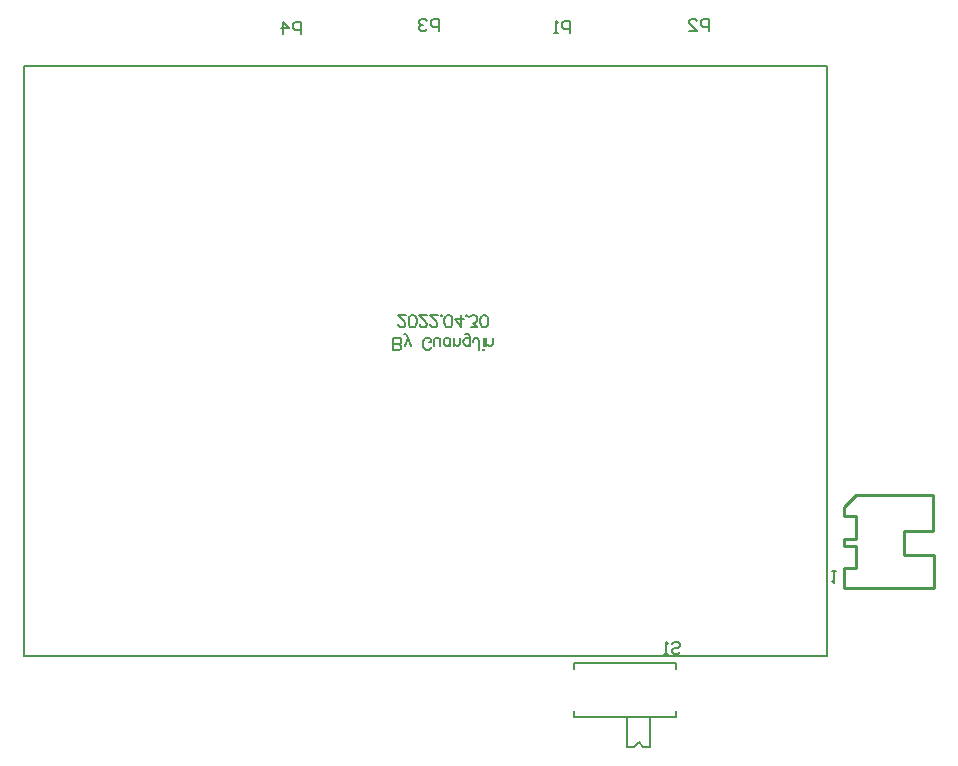
<source format=gbo>
G04*
G04 #@! TF.GenerationSoftware,Altium Limited,Altium Designer,18.1.9 (240)*
G04*
G04 Layer_Color=32896*
%FSLAX25Y25*%
%MOIN*%
G70*
G01*
G75*
%ADD10C,0.01000*%
%ADD11C,0.00600*%
%ADD13C,0.00800*%
D10*
X293413Y-162000D02*
X293500Y-163000D01*
X303500D01*
Y-164000D02*
Y-163000D01*
Y-174000D02*
Y-164000D01*
X273500Y-174000D02*
X303500D01*
X273500D02*
Y-169921D01*
Y-150165D02*
X277366D01*
X277421Y-150221D01*
Y-157921D02*
Y-150221D01*
X277366Y-157866D02*
X277421Y-157921D01*
X273500Y-160118D02*
X277445D01*
Y-167465D02*
Y-160118D01*
X277390Y-167520D02*
X277445Y-167465D01*
X273500Y-167520D02*
X277390D01*
X273500Y-169921D02*
Y-167567D01*
X293413Y-162000D02*
Y-155000D01*
X303138D01*
Y-143409D01*
X303035Y-143307D02*
X303138Y-143409D01*
X273500Y-160118D02*
Y-157866D01*
X277366D01*
X273500Y-150165D02*
Y-147110D01*
X275791Y-144819D01*
X277303Y-143307D02*
X303035D01*
X275791Y-144819D02*
X277303Y-143307D01*
D11*
X0Y-196850D02*
Y0D01*
Y-196850D02*
X267717D01*
Y0D01*
X0D02*
X267717D01*
X123212Y-94757D02*
Y-90758D01*
Y-94757D02*
X124926D01*
X125497Y-94567D01*
X125688Y-94376D01*
X125878Y-93995D01*
Y-93615D01*
X125688Y-93234D01*
X125497Y-93043D01*
X124926Y-92853D01*
X123212D02*
X124926D01*
X125497Y-92662D01*
X125688Y-92472D01*
X125878Y-92091D01*
Y-91520D01*
X125688Y-91139D01*
X125497Y-90948D01*
X124926Y-90758D01*
X123212D01*
X126963Y-93424D02*
X128106Y-90758D01*
X129249Y-93424D02*
X128106Y-90758D01*
X127725Y-89996D01*
X127344Y-89615D01*
X126963Y-89425D01*
X126773D01*
X135914Y-93805D02*
X135723Y-94186D01*
X135343Y-94567D01*
X134962Y-94757D01*
X134200D01*
X133819Y-94567D01*
X133438Y-94186D01*
X133248Y-93805D01*
X133057Y-93234D01*
Y-92282D01*
X133248Y-91710D01*
X133438Y-91329D01*
X133819Y-90948D01*
X134200Y-90758D01*
X134962D01*
X135343Y-90948D01*
X135723Y-91329D01*
X135914Y-91710D01*
Y-92282D01*
X134962D02*
X135914D01*
X136828Y-93424D02*
Y-91520D01*
X137018Y-90948D01*
X137399Y-90758D01*
X137971D01*
X138351Y-90948D01*
X138923Y-91520D01*
Y-93424D02*
Y-90758D01*
X142255Y-93424D02*
Y-90758D01*
Y-92853D02*
X141875Y-93234D01*
X141494Y-93424D01*
X140922D01*
X140541Y-93234D01*
X140161Y-92853D01*
X139970Y-92282D01*
Y-91901D01*
X140161Y-91329D01*
X140541Y-90948D01*
X140922Y-90758D01*
X141494D01*
X141875Y-90948D01*
X142255Y-91329D01*
X143322Y-93424D02*
Y-90758D01*
Y-92662D02*
X143893Y-93234D01*
X144274Y-93424D01*
X144845D01*
X145226Y-93234D01*
X145417Y-92662D01*
Y-90758D01*
X148749Y-93424D02*
Y-90377D01*
X148559Y-89806D01*
X148368Y-89615D01*
X147987Y-89425D01*
X147416D01*
X147035Y-89615D01*
X148749Y-92853D02*
X148368Y-93234D01*
X147987Y-93424D01*
X147416D01*
X147035Y-93234D01*
X146654Y-92853D01*
X146464Y-92282D01*
Y-91901D01*
X146654Y-91329D01*
X147035Y-90948D01*
X147416Y-90758D01*
X147987D01*
X148368Y-90948D01*
X148749Y-91329D01*
X151720Y-94757D02*
Y-91710D01*
X151530Y-91139D01*
X151339Y-90948D01*
X150958Y-90758D01*
X150577D01*
X150197Y-90948D01*
X150006Y-91139D01*
X149816Y-91710D01*
Y-92091D01*
X153129Y-94757D02*
X153320Y-94567D01*
X153510Y-94757D01*
X153320Y-94948D01*
X153129Y-94757D01*
X153320Y-93424D02*
Y-90758D01*
X154215Y-93424D02*
Y-90758D01*
Y-92662D02*
X154786Y-93234D01*
X155167Y-93424D01*
X155738D01*
X156119Y-93234D01*
X156309Y-92662D01*
Y-90758D01*
X124897Y-86233D02*
Y-86423D01*
X125088Y-86804D01*
X125278Y-86995D01*
X125659Y-87185D01*
X126421D01*
X126802Y-86995D01*
X126992Y-86804D01*
X127182Y-86423D01*
Y-86042D01*
X126992Y-85662D01*
X126611Y-85090D01*
X124707Y-83186D01*
X127373D01*
X129411Y-87185D02*
X128839Y-86995D01*
X128458Y-86423D01*
X128268Y-85471D01*
Y-84900D01*
X128458Y-83948D01*
X128839Y-83376D01*
X129411Y-83186D01*
X129791D01*
X130363Y-83376D01*
X130744Y-83948D01*
X130934Y-84900D01*
Y-85471D01*
X130744Y-86423D01*
X130363Y-86995D01*
X129791Y-87185D01*
X129411D01*
X132019Y-86233D02*
Y-86423D01*
X132210Y-86804D01*
X132400Y-86995D01*
X132781Y-87185D01*
X133543D01*
X133924Y-86995D01*
X134114Y-86804D01*
X134305Y-86423D01*
Y-86042D01*
X134114Y-85662D01*
X133733Y-85090D01*
X131829Y-83186D01*
X134495D01*
X135581Y-86233D02*
Y-86423D01*
X135771Y-86804D01*
X135961Y-86995D01*
X136342Y-87185D01*
X137104D01*
X137485Y-86995D01*
X137675Y-86804D01*
X137866Y-86423D01*
Y-86042D01*
X137675Y-85662D01*
X137294Y-85090D01*
X135390Y-83186D01*
X138056D01*
X139142Y-83567D02*
X138951Y-83376D01*
X139142Y-83186D01*
X139332Y-83376D01*
X139142Y-83567D01*
X141351Y-87185D02*
X140779Y-86995D01*
X140399Y-86423D01*
X140208Y-85471D01*
Y-84900D01*
X140399Y-83948D01*
X140779Y-83376D01*
X141351Y-83186D01*
X141732D01*
X142303Y-83376D01*
X142684Y-83948D01*
X142874Y-84900D01*
Y-85471D01*
X142684Y-86423D01*
X142303Y-86995D01*
X141732Y-87185D01*
X141351D01*
X145674D02*
X143769Y-84519D01*
X146626D01*
X145674Y-87185D02*
Y-83186D01*
X147521Y-83567D02*
X147330Y-83376D01*
X147521Y-83186D01*
X147711Y-83376D01*
X147521Y-83567D01*
X148968Y-87185D02*
X151063D01*
X149920Y-85662D01*
X150492D01*
X150873Y-85471D01*
X151063Y-85281D01*
X151253Y-84710D01*
Y-84329D01*
X151063Y-83757D01*
X150682Y-83376D01*
X150111Y-83186D01*
X149539D01*
X148968Y-83376D01*
X148778Y-83567D01*
X148587Y-83948D01*
X153291Y-87185D02*
X152720Y-86995D01*
X152339Y-86423D01*
X152148Y-85471D01*
Y-84900D01*
X152339Y-83948D01*
X152720Y-83376D01*
X153291Y-83186D01*
X153672D01*
X154243Y-83376D01*
X154624Y-83948D01*
X154815Y-84900D01*
Y-85471D01*
X154624Y-86423D01*
X154243Y-86995D01*
X153672Y-87185D01*
X153291D01*
X216134Y-192668D02*
X216801Y-192001D01*
X218134D01*
X218800Y-192668D01*
Y-193334D01*
X218134Y-194001D01*
X216801D01*
X216134Y-194667D01*
Y-195334D01*
X216801Y-196000D01*
X218134D01*
X218800Y-195334D01*
X214801Y-196000D02*
X213468D01*
X214135D01*
Y-192001D01*
X214801Y-192668D01*
X92500Y10500D02*
Y14499D01*
X90501D01*
X89834Y13832D01*
Y12499D01*
X90501Y11833D01*
X92500D01*
X86502Y10500D02*
Y14499D01*
X88501Y12499D01*
X85835D01*
X138500Y11500D02*
Y15499D01*
X136501D01*
X135834Y14832D01*
Y13499D01*
X136501Y12833D01*
X138500D01*
X134501Y14832D02*
X133835Y15499D01*
X132502D01*
X131835Y14832D01*
Y14166D01*
X132502Y13499D01*
X133168D01*
X132502D01*
X131835Y12833D01*
Y12167D01*
X132502Y11500D01*
X133835D01*
X134501Y12167D01*
X228500Y11500D02*
Y15499D01*
X226501D01*
X225834Y14832D01*
Y13499D01*
X226501Y12833D01*
X228500D01*
X221835Y11500D02*
X224501D01*
X221835Y14166D01*
Y14832D01*
X222502Y15499D01*
X223835D01*
X224501Y14832D01*
X182000Y11000D02*
Y14999D01*
X180001D01*
X179334Y14332D01*
Y12999D01*
X180001Y12333D01*
X182000D01*
X178001Y11000D02*
X176668D01*
X177335D01*
Y14999D01*
X178001Y14332D01*
X269500Y-168500D02*
X270833D01*
X270166D01*
Y-172499D01*
X269500Y-171832D01*
D13*
X200964Y-227000D02*
X203500D01*
X203500Y-227000D01*
X205000Y-225500D01*
X206500Y-227000D01*
X206500Y-227000D01*
X208838D01*
X200964D02*
Y-217000D01*
X208838Y-227000D02*
Y-217000D01*
X217500D02*
Y-215000D01*
X183500Y-217000D02*
Y-215000D01*
Y-201000D02*
Y-199000D01*
X217500D01*
Y-201000D02*
Y-199000D01*
X183500Y-217000D02*
X217500D01*
M02*

</source>
